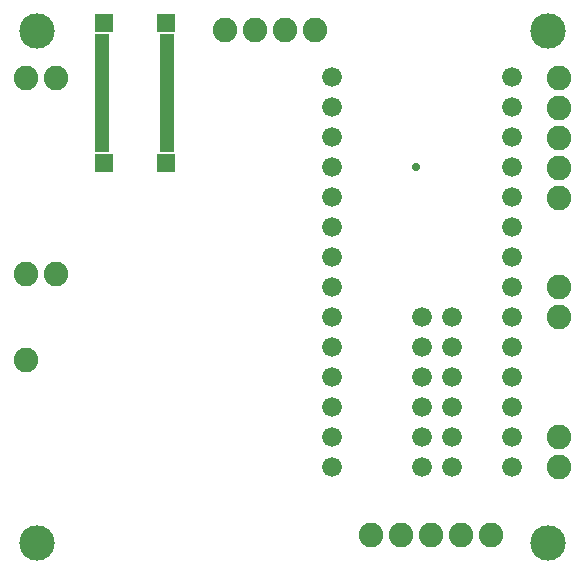
<source format=gts>
G04*
G04 #@! TF.GenerationSoftware,Altium Limited,Altium Designer,21.6.1 (37)*
G04*
G04 Layer_Color=8388736*
%FSLAX25Y25*%
%MOIN*%
G70*
G04*
G04 #@! TF.SameCoordinates,3D0E8F73-5774-4D33-84BA-408F2C82BF8C*
G04*
G04*
G04 #@! TF.FilePolarity,Negative*
G04*
G01*
G75*
%ADD18R,0.05131X0.01981*%
%ADD19R,0.05997X0.05918*%
%ADD20C,0.08200*%
%ADD21C,0.11824*%
%ADD22C,0.06600*%
%ADD23C,0.02769*%
D18*
X34843Y144094D02*
D03*
X56496D02*
D03*
X34843Y146063D02*
D03*
X56496D02*
D03*
X34843Y148031D02*
D03*
X56496D02*
D03*
X34843Y150000D02*
D03*
X56496D02*
D03*
X34843Y151968D02*
D03*
X56496D02*
D03*
X34843Y153937D02*
D03*
X56496D02*
D03*
X34843Y155905D02*
D03*
X56496D02*
D03*
X34843Y157874D02*
D03*
X56496D02*
D03*
X34843Y159842D02*
D03*
X56496D02*
D03*
X34843Y161811D02*
D03*
X56496D02*
D03*
X34843Y163779D02*
D03*
X56496D02*
D03*
X34843Y165748D02*
D03*
X56496D02*
D03*
X34843Y167716D02*
D03*
X56496D02*
D03*
X34843Y169685D02*
D03*
X56496D02*
D03*
X34843Y171653D02*
D03*
X56496D02*
D03*
X34843Y173622D02*
D03*
X56496D02*
D03*
X34843Y175590D02*
D03*
X56496D02*
D03*
X34843Y177559D02*
D03*
X56496D02*
D03*
X34843Y179527D02*
D03*
X56496D02*
D03*
X34843Y181496D02*
D03*
X56496D02*
D03*
D19*
X35276Y186220D02*
D03*
X56063D02*
D03*
X35276Y139370D02*
D03*
X56063D02*
D03*
D20*
X105827Y183858D02*
D03*
X95827D02*
D03*
X85827D02*
D03*
X75827D02*
D03*
X124409Y15354D02*
D03*
X134409D02*
D03*
X144409D02*
D03*
X154409D02*
D03*
X164409D02*
D03*
X9449Y74016D02*
D03*
Y102362D02*
D03*
X19449D02*
D03*
X9449Y167717D02*
D03*
X19449D02*
D03*
X187008Y38189D02*
D03*
Y48189D02*
D03*
Y88189D02*
D03*
Y98189D02*
D03*
Y127953D02*
D03*
Y137953D02*
D03*
Y147953D02*
D03*
Y157953D02*
D03*
Y167953D02*
D03*
D21*
X12992Y12992D02*
D03*
Y183465D02*
D03*
X183465Y12992D02*
D03*
Y183465D02*
D03*
D22*
X111496Y148110D02*
D03*
Y138110D02*
D03*
Y128110D02*
D03*
Y118110D02*
D03*
Y108110D02*
D03*
Y98110D02*
D03*
Y88110D02*
D03*
Y78110D02*
D03*
Y68110D02*
D03*
Y58110D02*
D03*
Y48110D02*
D03*
Y38110D02*
D03*
X171496D02*
D03*
Y48110D02*
D03*
Y58110D02*
D03*
Y68110D02*
D03*
Y78110D02*
D03*
Y88110D02*
D03*
Y98110D02*
D03*
Y108110D02*
D03*
Y118110D02*
D03*
Y128110D02*
D03*
Y138110D02*
D03*
X111496Y158110D02*
D03*
X171496Y148110D02*
D03*
Y168110D02*
D03*
X151496Y48110D02*
D03*
Y58110D02*
D03*
Y68110D02*
D03*
Y78110D02*
D03*
Y88110D02*
D03*
X141496Y48110D02*
D03*
Y58110D02*
D03*
Y68110D02*
D03*
Y78110D02*
D03*
Y88110D02*
D03*
X151496Y38110D02*
D03*
X171496Y158110D02*
D03*
X111496Y168110D02*
D03*
X141496Y38110D02*
D03*
D23*
X139370Y138189D02*
D03*
M02*

</source>
